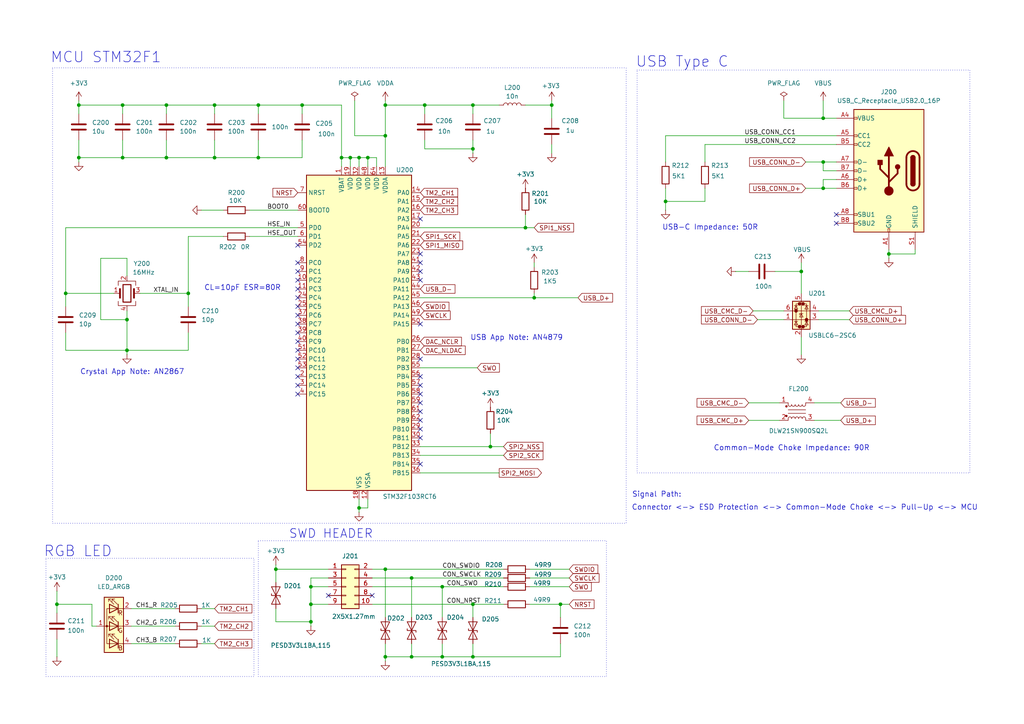
<source format=kicad_sch>
(kicad_sch (version 20250114) (generator "eeschema") (generator_version "9.0")
  (paper "A4")
  (title_block (title "Mixed-Signal-PCB-Design") (date "2025-09-13") (rev "1.0") (company "https://github.com/tsokomalusi/"))
  (rectangle (start 74.93 156.845) (end 175.895 196.215) (stroke (width 0) (type dot)))
  (rectangle (start 15.24 19.685) (end 181.61 151.765) (stroke (width 0) (type dot)))
  (rectangle (start 13.335 161.925) (end 73.66 196.215) (stroke (width 0) (type dot)))
  (rectangle (start 184.785 20.32) (end 281.305 137.16) (stroke (width 0) (type dot)))
  (text "Crystal App Note: AN2867" (at 38.354 107.95 0) (effects (font (size 1.524 1.524))))
  (text "CL=10pF ESR=80R" (at 70.358 83.566 0) (effects (font (size 1.524 1.524))))
  (text "\nConnector <-> ESD Protection <-> Common-Mode Choke <-> Pull-Up <-> MCU" (at 233.426 146.05 0) (effects (font (size 1.524 1.524))))
  (text "USB App Note: AN4879" (at 149.86 98.044 0) (effects (font (size 1.524 1.524))))
  (text "RGB LED" (at 22.606 160.02 0) (effects (font (size 3.048 3.048))))
  (text "Signal Path:" (at 190.5 143.51 0) (effects (font (size 1.524 1.524))))
  (text "SWD HEADER" (at 96.012 154.94 0) (effects (font (size 2.54 2.54))))
  (text "Common-Mode Choke Impedance: 90R" (at 229.616 130.048 0) (effects (font (size 1.524 1.524))))
  (text "USB-C Impedance: 50R" (at 205.994 66.04 0) (effects (font (size 1.524 1.524))))
  (text "USB Type C" (at 197.866 18.034 0) (effects (font (size 3.048 3.048))))
  (text "MCU STM32F1" (at 30.734 16.764 0) (effects (font (size 3.048 3.048))))
  (junction (at 90.17 170.18))
  (junction (at 74.93 45.72))
  (junction (at 128.27 170.18))
  (junction (at 160.02 30.48))
  (junction (at 80.01 165.1))
  (junction (at 154.94 86.36))
  (junction (at 232.41 78.74))
  (junction (at 128.27 190.5))
  (junction (at 48.26 30.48))
  (junction (at 36.83 92.71))
  (junction (at 36.83 101.6))
  (junction (at 238.76 34.29))
  (junction (at 87.63 30.48))
  (junction (at 90.17 180.34))
  (junction (at 111.76 30.48))
  (junction (at 152.4 66.04))
  (junction (at 22.86 45.72))
  (junction (at 142.24 129.54))
  (junction (at 104.14 45.72))
  (junction (at 238.76 54.61))
  (junction (at 62.23 45.72))
  (junction (at 101.6 45.72))
  (junction (at 257.81 73.66))
  (junction (at 162.56 175.26))
  (junction (at 137.16 175.26))
  (junction (at 48.26 45.72))
  (junction (at 22.86 30.48))
  (junction (at 74.93 30.48))
  (junction (at 111.76 165.1))
  (junction (at 238.76 46.99))
  (junction (at 90.17 175.26))
  (junction (at 119.38 167.64))
  (junction (at 54.61 85.09))
  (junction (at 123.19 30.48))
  (junction (at 137.16 43.18))
  (junction (at 111.76 190.5))
  (junction (at 137.16 30.48))
  (junction (at 193.04 58.42))
  (junction (at 119.38 190.5))
  (junction (at 104.14 147.32))
  (junction (at 106.68 45.72))
  (junction (at 111.76 39.37))
  (junction (at 35.56 30.48))
  (junction (at 99.06 45.72))
  (junction (at 62.23 30.48))
  (junction (at 19.05 85.09))
  (junction (at 35.56 45.72))
  (junction (at 137.16 190.5))
  (junction (at 16.51 175.26))
  (no_connect (at 121.92 76.2))
  (no_connect (at 121.92 119.38))
  (no_connect (at 86.36 88.9))
  (no_connect (at 86.36 81.28))
  (no_connect (at 107.95 172.72))
  (no_connect (at 86.36 91.44))
  (no_connect (at 121.92 78.74))
  (no_connect (at 121.92 121.92))
  (no_connect (at 121.92 93.98))
  (no_connect (at 121.92 124.46))
  (no_connect (at 86.36 101.6))
  (no_connect (at 121.92 73.66))
  (no_connect (at 86.36 86.36))
  (no_connect (at 242.57 62.23))
  (no_connect (at 86.36 111.76))
  (no_connect (at 86.36 83.82))
  (no_connect (at 86.36 106.68))
  (no_connect (at 86.36 109.22))
  (no_connect (at 86.36 78.74))
  (no_connect (at 121.92 134.62))
  (no_connect (at 121.92 116.84))
  (no_connect (at 242.57 64.77))
  (no_connect (at 86.36 71.12))
  (no_connect (at 121.92 104.14))
  (no_connect (at 86.36 76.2))
  (no_connect (at 86.36 96.52))
  (no_connect (at 95.25 172.72))
  (no_connect (at 86.36 114.3))
  (no_connect (at 121.92 127))
  (no_connect (at 86.36 104.14))
  (no_connect (at 121.92 111.76))
  (no_connect (at 121.92 81.28))
  (no_connect (at 121.92 63.5))
  (no_connect (at 121.92 109.22))
  (no_connect (at 86.36 93.98))
  (no_connect (at 86.36 99.06))
  (no_connect (at 121.92 114.3))
  (wire (pts (xy 80.01 180.34) (xy 90.17 180.34)))
  (wire (pts (xy 90.17 175.26) (xy 95.25 175.26)))
  (wire (pts (xy 137.16 43.18) (xy 137.16 44.45)))
  (wire (pts (xy 72.39 60.96) (xy 86.36 60.96)))
  (wire (pts (xy 58.42 181.61) (xy 62.23 181.61)))
  (wire (pts (xy 90.17 170.18) (xy 90.17 175.26)))
  (wire (pts (xy 236.22 121.92) (xy 243.84 121.92)))
  (wire (pts (xy 219.71 92.71) (xy 227.33 92.71)))
  (wire (pts (xy 218.44 90.17) (xy 227.33 90.17)))
  (wire (pts (xy 144.78 137.16) (xy 121.92 137.16)))
  (wire (pts (xy 111.76 165.1) (xy 111.76 179.07)))
  (wire (pts (xy 102.87 29.21) (xy 102.87 39.37)))
  (wire (pts (xy 22.86 29.21) (xy 22.86 30.48)))
  (wire (pts (xy 99.06 48.26) (xy 99.06 45.72)))
  (wire (pts (xy 86.36 66.04) (xy 19.05 66.04)))
  (wire (pts (xy 153.67 167.64) (xy 165.1 167.64)))
  (wire (pts (xy 162.56 190.5) (xy 137.16 190.5)))
  (wire (pts (xy 107.95 167.64) (xy 119.38 167.64)))
  (wire (pts (xy 217.17 116.84) (xy 226.06 116.84)))
  (wire (pts (xy 54.61 96.52) (xy 54.61 101.6)))
  (wire (pts (xy 90.17 180.34) (xy 90.17 181.61)))
  (wire (pts (xy 242.57 39.37) (xy 193.04 39.37)))
  (wire (pts (xy 38.1 181.61) (xy 50.8 181.61)))
  (wire (pts (xy 224.79 78.74) (xy 232.41 78.74)))
  (wire (pts (xy 123.19 40.64) (xy 123.19 43.18)))
  (wire (pts (xy 26.67 181.61) (xy 26.67 175.26)))
  (wire (pts (xy 227.33 34.29) (xy 238.76 34.29)))
  (wire (pts (xy 48.26 45.72) (xy 62.23 45.72)))
  (wire (pts (xy 123.19 43.18) (xy 137.16 43.18)))
  (wire (pts (xy 121.92 129.54) (xy 142.24 129.54)))
  (wire (pts (xy 160.02 29.21) (xy 160.02 30.48)))
  (wire (pts (xy 111.76 186.69) (xy 111.76 190.5)))
  (wire (pts (xy 204.47 54.61) (xy 204.47 58.42)))
  (wire (pts (xy 146.05 132.08) (xy 121.92 132.08)))
  (wire (pts (xy 74.93 40.64) (xy 74.93 45.72)))
  (wire (pts (xy 16.51 175.26) (xy 16.51 177.8)))
  (wire (pts (xy 58.42 186.69) (xy 62.23 186.69)))
  (wire (pts (xy 104.14 45.72) (xy 104.14 48.26)))
  (wire (pts (xy 90.17 170.18) (xy 95.25 170.18)))
  (wire (pts (xy 162.56 175.26) (xy 162.56 179.07)))
  (wire (pts (xy 153.67 165.1) (xy 165.1 165.1)))
  (wire (pts (xy 90.17 167.64) (xy 90.17 170.18)))
  (wire (pts (xy 193.04 58.42) (xy 204.47 58.42)))
  (wire (pts (xy 106.68 147.32) (xy 104.14 147.32)))
  (wire (pts (xy 22.86 40.64) (xy 22.86 45.72)))
  (wire (pts (xy 232.41 97.79) (xy 232.41 102.87)))
  (wire (pts (xy 142.24 125.73) (xy 142.24 129.54)))
  (wire (pts (xy 101.6 45.72) (xy 99.06 45.72)))
  (wire (pts (xy 193.04 54.61) (xy 193.04 58.42)))
  (wire (pts (xy 95.25 167.64) (xy 90.17 167.64)))
  (wire (pts (xy 72.39 68.58) (xy 86.36 68.58)))
  (wire (pts (xy 162.56 186.69) (xy 162.56 190.5)))
  (wire (pts (xy 74.93 30.48) (xy 87.63 30.48)))
  (wire (pts (xy 62.23 30.48) (xy 62.23 33.02)))
  (wire (pts (xy 62.23 40.64) (xy 62.23 45.72)))
  (wire (pts (xy 109.22 48.26) (xy 109.22 45.72)))
  (wire (pts (xy 58.42 176.53) (xy 62.23 176.53)))
  (wire (pts (xy 80.01 165.1) (xy 80.01 168.91)))
  (wire (pts (xy 238.76 34.29) (xy 242.57 34.29)))
  (wire (pts (xy 242.57 41.91) (xy 204.47 41.91)))
  (wire (pts (xy 123.19 30.48) (xy 123.19 33.02)))
  (wire (pts (xy 153.67 170.18) (xy 165.1 170.18)))
  (wire (pts (xy 137.16 30.48) (xy 144.78 30.48)))
  (wire (pts (xy 99.06 45.72) (xy 99.06 30.48)))
  (wire (pts (xy 137.16 175.26) (xy 137.16 179.07)))
  (wire (pts (xy 160.02 30.48) (xy 160.02 34.29)))
  (wire (pts (xy 35.56 40.64) (xy 35.56 45.72)))
  (wire (pts (xy 80.01 165.1) (xy 95.25 165.1)))
  (wire (pts (xy 62.23 30.48) (xy 74.93 30.48)))
  (wire (pts (xy 99.06 30.48) (xy 87.63 30.48)))
  (wire (pts (xy 238.76 49.53) (xy 238.76 46.99)))
  (wire (pts (xy 142.24 129.54) (xy 146.05 129.54)))
  (wire (pts (xy 106.68 144.78) (xy 106.68 147.32)))
  (wire (pts (xy 36.83 92.71) (xy 36.83 101.6)))
  (wire (pts (xy 119.38 167.64) (xy 146.05 167.64)))
  (wire (pts (xy 54.61 68.58) (xy 54.61 85.09)))
  (wire (pts (xy 106.68 45.72) (xy 106.68 48.26)))
  (wire (pts (xy 265.43 72.39) (xy 265.43 73.66)))
  (wire (pts (xy 104.14 147.32) (xy 104.14 148.59)))
  (wire (pts (xy 80.01 163.83) (xy 80.01 165.1)))
  (wire (pts (xy 128.27 186.69) (xy 128.27 190.5)))
  (wire (pts (xy 242.57 52.07) (xy 238.76 52.07)))
  (wire (pts (xy 137.16 190.5) (xy 128.27 190.5)))
  (wire (pts (xy 62.23 45.72) (xy 74.93 45.72)))
  (wire (pts (xy 19.05 85.09) (xy 33.02 85.09)))
  (wire (pts (xy 123.19 30.48) (xy 111.76 30.48)))
  (wire (pts (xy 22.86 45.72) (xy 22.86 46.99)))
  (wire (pts (xy 233.68 54.61) (xy 238.76 54.61)))
  (wire (pts (xy 137.16 186.69) (xy 137.16 190.5)))
  (wire (pts (xy 38.1 186.69) (xy 50.8 186.69)))
  (wire (pts (xy 111.76 29.21) (xy 111.76 30.48)))
  (wire (pts (xy 242.57 49.53) (xy 238.76 49.53)))
  (wire (pts (xy 204.47 41.91) (xy 204.47 46.99)))
  (wire (pts (xy 19.05 66.04) (xy 19.05 85.09)))
  (wire (pts (xy 107.95 170.18) (xy 128.27 170.18)))
  (wire (pts (xy 128.27 170.18) (xy 146.05 170.18)))
  (wire (pts (xy 29.21 74.93) (xy 29.21 92.71)))
  (wire (pts (xy 16.51 171.45) (xy 16.51 175.26)))
  (wire (pts (xy 27.94 181.61) (xy 26.67 181.61)))
  (wire (pts (xy 232.41 78.74) (xy 232.41 85.09)))
  (wire (pts (xy 121.92 66.04) (xy 152.4 66.04)))
  (wire (pts (xy 111.76 165.1) (xy 146.05 165.1)))
  (wire (pts (xy 237.49 92.71) (xy 246.38 92.71)))
  (wire (pts (xy 104.14 45.72) (xy 101.6 45.72)))
  (wire (pts (xy 237.49 90.17) (xy 246.38 90.17)))
  (wire (pts (xy 109.22 45.72) (xy 106.68 45.72)))
  (wire (pts (xy 40.64 85.09) (xy 54.61 85.09)))
  (wire (pts (xy 48.26 30.48) (xy 62.23 30.48)))
  (wire (pts (xy 19.05 96.52) (xy 19.05 101.6)))
  (wire (pts (xy 257.81 73.66) (xy 257.81 74.93)))
  (wire (pts (xy 16.51 185.42) (xy 16.51 190.5)))
  (wire (pts (xy 128.27 170.18) (xy 128.27 179.07)))
  (wire (pts (xy 152.4 30.48) (xy 160.02 30.48)))
  (wire (pts (xy 238.76 29.21) (xy 238.76 34.29)))
  (wire (pts (xy 26.67 175.26) (xy 16.51 175.26)))
  (wire (pts (xy 137.16 40.64) (xy 137.16 43.18)))
  (wire (pts (xy 80.01 176.53) (xy 80.01 180.34)))
  (wire (pts (xy 153.67 175.26) (xy 162.56 175.26)))
  (wire (pts (xy 19.05 85.09) (xy 19.05 88.9)))
  (wire (pts (xy 137.16 30.48) (xy 123.19 30.48)))
  (wire (pts (xy 154.94 85.09) (xy 154.94 86.36)))
  (wire (pts (xy 74.93 45.72) (xy 87.63 45.72)))
  (wire (pts (xy 102.87 39.37) (xy 111.76 39.37)))
  (wire (pts (xy 154.94 76.2) (xy 154.94 77.47)))
  (wire (pts (xy 119.38 186.69) (xy 119.38 190.5)))
  (wire (pts (xy 227.33 29.21) (xy 227.33 34.29)))
  (wire (pts (xy 238.76 54.61) (xy 242.57 54.61)))
  (wire (pts (xy 19.05 101.6) (xy 36.83 101.6)))
  (wire (pts (xy 22.86 30.48) (xy 35.56 30.48)))
  (wire (pts (xy 111.76 39.37) (xy 111.76 48.26)))
  (wire (pts (xy 128.27 190.5) (xy 119.38 190.5)))
  (wire (pts (xy 238.76 46.99) (xy 242.57 46.99)))
  (wire (pts (xy 121.92 86.36) (xy 154.94 86.36)))
  (wire (pts (xy 87.63 33.02) (xy 87.63 30.48)))
  (wire (pts (xy 22.86 30.48) (xy 22.86 33.02)))
  (wire (pts (xy 236.22 116.84) (xy 243.84 116.84)))
  (wire (pts (xy 38.1 176.53) (xy 50.8 176.53)))
  (wire (pts (xy 111.76 30.48) (xy 111.76 39.37)))
  (wire (pts (xy 54.61 101.6) (xy 36.83 101.6)))
  (wire (pts (xy 58.42 60.96) (xy 64.77 60.96)))
  (wire (pts (xy 257.81 72.39) (xy 257.81 73.66)))
  (wire (pts (xy 233.68 46.99) (xy 238.76 46.99)))
  (wire (pts (xy 238.76 52.07) (xy 238.76 54.61)))
  (wire (pts (xy 36.83 80.01) (xy 36.83 74.93)))
  (wire (pts (xy 152.4 62.23) (xy 152.4 66.04)))
  (wire (pts (xy 36.83 74.93) (xy 29.21 74.93)))
  (wire (pts (xy 48.26 45.72) (xy 35.56 45.72)))
  (wire (pts (xy 154.94 86.36) (xy 167.64 86.36)))
  (wire (pts (xy 90.17 175.26) (xy 90.17 180.34)))
  (wire (pts (xy 35.56 30.48) (xy 35.56 33.02)))
  (wire (pts (xy 35.56 30.48) (xy 48.26 30.48)))
  (wire (pts (xy 64.77 68.58) (xy 54.61 68.58)))
  (wire (pts (xy 121.92 106.68) (xy 138.43 106.68)))
  (wire (pts (xy 119.38 190.5) (xy 111.76 190.5)))
  (wire (pts (xy 160.02 41.91) (xy 160.02 44.45)))
  (wire (pts (xy 193.04 39.37) (xy 193.04 46.99)))
  (wire (pts (xy 107.95 165.1) (xy 111.76 165.1)))
  (wire (pts (xy 54.61 88.9) (xy 54.61 85.09)))
  (wire (pts (xy 137.16 175.26) (xy 146.05 175.26)))
  (wire (pts (xy 87.63 40.64) (xy 87.63 45.72)))
  (wire (pts (xy 152.4 66.04) (xy 154.94 66.04)))
  (wire (pts (xy 29.21 92.71) (xy 36.83 92.71)))
  (wire (pts (xy 265.43 73.66) (xy 257.81 73.66)))
  (wire (pts (xy 162.56 175.26) (xy 165.1 175.26)))
  (wire (pts (xy 106.68 45.72) (xy 104.14 45.72)))
  (wire (pts (xy 48.26 30.48) (xy 48.26 33.02)))
  (wire (pts (xy 213.36 78.74) (xy 217.17 78.74)))
  (wire (pts (xy 36.83 90.17) (xy 36.83 92.71)))
  (wire (pts (xy 111.76 190.5) (xy 111.76 191.77)))
  (wire (pts (xy 119.38 167.64) (xy 119.38 179.07)))
  (wire (pts (xy 36.83 101.6) (xy 36.83 102.87)))
  (wire (pts (xy 232.41 76.2) (xy 232.41 78.74)))
  (wire (pts (xy 137.16 33.02) (xy 137.16 30.48)))
  (wire (pts (xy 107.95 175.26) (xy 137.16 175.26)))
  (wire (pts (xy 101.6 45.72) (xy 101.6 48.26)))
  (wire (pts (xy 217.17 121.92) (xy 226.06 121.92)))
  (wire (pts (xy 48.26 40.64) (xy 48.26 45.72)))
  (wire (pts (xy 74.93 30.48) (xy 74.93 33.02)))
  (wire (pts (xy 104.14 144.78) (xy 104.14 147.32)))
  (wire (pts (xy 193.04 58.42) (xy 193.04 60.96)))
  (wire (pts (xy 35.56 45.72) (xy 22.86 45.72)))
  (label "CH3_B" (at 39.37 186.69 0))
  (label "CH2_G" (at 39.37 181.61 0))
  (label "HSE_OUT" (at 77.47 68.58 0))
  (label "HSE_IN" (at 77.47 66.04 0))
  (label "USB_CONN_CC1" (at 215.9 39.37 0))
  (label "CON_SWCLK" (at 128.27 167.64 0))
  (label "BOOT0" (at 77.47 60.96 0))
  (label "CON_SWDIO" (at 128.27 165.1 0))
  (label "CH1_R" (at 39.37 176.53 0))
  (label "XTAL_IN" (at 44.45 85.09 0))
  (label "CON_NRST" (at 129.54 175.26 0))
  (label "CON_SWO" (at 129.54 170.18 0))
  (label "USB_CONN_CC2" (at 215.9 41.91 0))
  (global_label "DAC_NCLR" (shape input) (at 121.92 99.06 0) (property "Intersheetrefs" "${INTERSHEET_REFS}" (effects (hide yes))))
  (global_label "USB_CMC_D+" (shape input) (at 217.17 121.92 180) (property "Intersheetrefs" "${INTERSHEET_REFS}" (effects (hide yes))))
  (global_label "TM2_CH3" (shape input) (at 121.92 60.96 0) (property "Intersheetrefs" "${INTERSHEET_REFS}" (effects (hide yes))))
  (global_label "SPI1_NSS" (shape input) (at 154.94 66.04 0) (property "Intersheetrefs" "${INTERSHEET_REFS}" (effects (hide yes))))
  (global_label "SWDIO" (shape input) (at 165.1 165.1 0) (property "Intersheetrefs" "${INTERSHEET_REFS}" (effects (hide yes))))
  (global_label "USB_CONN_D+" (shape input) (at 246.38 92.71 0) (property "Intersheetrefs" "${INTERSHEET_REFS}" (effects (hide yes))))
  (global_label "NRST" (shape input) (at 86.36 55.88 180) (property "Intersheetrefs" "${INTERSHEET_REFS}" (effects (hide yes))))
  (global_label "SWDIO" (shape input) (at 121.92 88.9 0) (property "Intersheetrefs" "${INTERSHEET_REFS}" (effects (hide yes))))
  (global_label "TM2_CH1" (shape input) (at 121.92 55.88 0) (property "Intersheetrefs" "${INTERSHEET_REFS}" (effects (hide yes))))
  (global_label "DAC_NLDAC" (shape input) (at 121.92 101.6 0) (property "Intersheetrefs" "${INTERSHEET_REFS}" (effects (hide yes))))
  (global_label "USB_CONN_D+" (shape input) (at 233.68 54.61 180) (property "Intersheetrefs" "${INTERSHEET_REFS}" (effects (hide yes))))
  (global_label "NRST" (shape input) (at 165.1 175.26 0) (property "Intersheetrefs" "${INTERSHEET_REFS}" (effects (hide yes))))
  (global_label "USB_D+" (shape input) (at 167.64 86.36 0) (property "Intersheetrefs" "${INTERSHEET_REFS}" (effects (hide yes))))
  (global_label "SPI2_MOSI" (shape output) (at 144.78 137.16 0) (property "Intersheetrefs" "${INTERSHEET_REFS}" (effects (hide yes))))
  (global_label "USB_CMC_D-" (shape input) (at 217.17 116.84 180) (property "Intersheetrefs" "${INTERSHEET_REFS}" (effects (hide yes))))
  (global_label "USB_CMC_D-" (shape input) (at 218.44 90.17 180) (property "Intersheetrefs" "${INTERSHEET_REFS}" (effects (hide yes))))
  (global_label "SPI2_NSS" (shape input) (at 146.05 129.54 0) (property "Intersheetrefs" "${INTERSHEET_REFS}" (effects (hide yes))))
  (global_label "USB_D-" (shape input) (at 243.84 116.84 0) (property "Intersheetrefs" "${INTERSHEET_REFS}" (effects (hide yes))))
  (global_label "SWO" (shape input) (at 138.43 106.68 0) (property "Intersheetrefs" "${INTERSHEET_REFS}" (effects (hide yes))))
  (global_label "USB_D-" (shape input) (at 121.92 83.82 0) (property "Intersheetrefs" "${INTERSHEET_REFS}" (effects (hide yes))))
  (global_label "TM2_CH2" (shape input) (at 121.92 58.42 0) (property "Intersheetrefs" "${INTERSHEET_REFS}" (effects (hide yes))))
  (global_label "SWCLK" (shape input) (at 165.1 167.64 0) (property "Intersheetrefs" "${INTERSHEET_REFS}" (effects (hide yes))))
  (global_label "SWO" (shape input) (at 165.1 170.18 0) (property "Intersheetrefs" "${INTERSHEET_REFS}" (effects (hide yes))))
  (global_label "SPI2_SCK" (shape input) (at 146.05 132.08 0) (property "Intersheetrefs" "${INTERSHEET_REFS}" (effects (hide yes))))
  (global_label "USB_CONN_D-" (shape input) (at 233.68 46.99 180) (property "Intersheetrefs" "${INTERSHEET_REFS}" (effects (hide yes))))
  (global_label "SPI1_MISO" (shape input) (at 121.92 71.12 0) (property "Intersheetrefs" "${INTERSHEET_REFS}" (effects (hide yes))))
  (global_label "SPI1_SCK" (shape input) (at 121.92 68.58 0) (property "Intersheetrefs" "${INTERSHEET_REFS}" (effects (hide yes))))
  (global_label "USB_D+" (shape input) (at 243.84 121.92 0) (property "Intersheetrefs" "${INTERSHEET_REFS}" (effects (hide yes))))
  (global_label "TM2_CH2" (shape input) (at 62.23 181.61 0) (property "Intersheetrefs" "${INTERSHEET_REFS}" (effects (hide yes))))
  (global_label "USB_CONN_D-" (shape input) (at 219.71 92.71 180) (property "Intersheetrefs" "${INTERSHEET_REFS}" (effects (hide yes))))
  (global_label "USB_CMC_D+" (shape input) (at 246.38 90.17 0) (property "Intersheetrefs" "${INTERSHEET_REFS}" (effects (hide yes))))
  (global_label "TM2_CH3" (shape input) (at 62.23 186.69 0) (property "Intersheetrefs" "${INTERSHEET_REFS}" (effects (hide yes))))
  (global_label "SWCLK" (shape input) (at 121.92 91.44 0) (property "Intersheetrefs" "${INTERSHEET_REFS}" (effects (hide yes))))
  (global_label "TM2_CH1" (shape input) (at 62.23 176.53 0) (property "Intersheetrefs" "${INTERSHEET_REFS}" (effects (hide yes))))
  (symbol (lib_id "Diode:SD05_SOD323") (at 80.01 172.72 90) (unit 1)
    (property "Reference" "D201" (at 82.296 169.926 90) (effects (justify right)))
    (property "Value" "PESD3V3L1BA,115" (at 78.486 187.198 90) (effects (justify right)))
    (property "Footprint" "Diode_SMD:D_SOD-323" (effects (hide yes)))
    (property "Datasheet" "https://www.littelfuse.com/~/media/electronics/datasheets/tvs_diode_arrays/littelfuse_tvs_diode_array_sd_c_datasheet.pdf.pdf" (effects (hide yes)))
    (property "Description" "5V, 450W Discrete Bidirectional TVS Diode, SOD-323" (effects (hide yes)))
    (property "Manufacturer" "Nexperia" (effects (hide yes)))
    (property "Manufacturer Part Number" "PESD3V3L1BA,115" (effects (hide yes)))
  )
  (symbol (lib_id "power:GND") (at 257.81 74.93 0) (unit 1)
    (property "Reference" "#PWR029" (effects (hide yes)))
    (property "Value" "GND" (effects (hide yes)))
    (property "Description" "Power symbol creates a global label with name \"GND\" , ground" (effects (hide yes)))
  )
  (symbol (lib_id "Diode:SD05_SOD323") (at 137.16 182.88 90) (unit 1)
    (property "Reference" "D205" (at 139.7 179.578 90) (effects (justify right)))
    (property "Value" "SD05_SOD323" (effects (hide yes)))
    (property "Footprint" "Diode_SMD:D_SOD-323" (effects (hide yes)))
    (property "Datasheet" "https://www.littelfuse.com/~/media/electronics/datasheets/tvs_diode_arrays/littelfuse_tvs_diode_array_sd_c_datasheet.pdf.pdf" (effects (hide yes)))
    (property "Description" "5V, 450W Discrete Bidirectional TVS Diode, SOD-323" (effects (hide yes)))
    (property "Manufacturer" "Nexperia" (effects (hide yes)))
    (property "Manufacturer Part Number" "PESD3V3L1BA,115" (effects (hide yes)))
  )
  (symbol (lib_id "Device:R") (at 54.61 181.61 270) (unit 1)
    (property "Reference" "R206" (at 48.768 180.34 90))
    (property "Value" "1K" (at 59.69 180.34 90))
    (property "Footprint" "Resistor_SMD:R_0603_1608Metric" (effects (hide yes)))
    (property "Description" "Resistor" (effects (hide yes)))
    (property "Manufacturer" "Yageo" (effects (hide yes)))
    (property "Manufacturer Part Number" "RC0603FR-071KL" (effects (hide yes)))
  )
  (symbol (lib_id "Device:R") (at 54.61 186.69 270) (unit 1)
    (property "Reference" "R207" (at 48.768 185.42 90))
    (property "Value" "1K" (at 59.944 185.674 90))
    (property "Footprint" "Resistor_SMD:R_0603_1608Metric" (effects (hide yes)))
    (property "Description" "Resistor" (effects (hide yes)))
    (property "Manufacturer" "Yageo" (effects (hide yes)))
    (property "Manufacturer Part Number" "RC0603FR-071KL" (effects (hide yes)))
  )
  (symbol (lib_id "Device:C") (at 54.61 92.71 0) (unit 1)
    (property "Reference" "C210" (at 58.42 90.1699 0) (effects (justify left)))
    (property "Value" "10p" (at 58.42 92.7099 0) (effects (justify left)))
    (property "Footprint" "Capacitor_SMD:C_0603_1608Metric" (effects (hide yes)))
    (property "Description" "Unpolarized capacitor" (effects (hide yes)))
    (property "Manufacturer" "Vishay / Vitramon" (effects (hide yes)))
    (property "Manufacturer Part Number" "VJ0603A100FXBAC" (effects (hide yes)))
  )
  (symbol (lib_id "Filter:Choke_CommonMode_PulseElectronics_PH9455x105NL") (at 231.14 119.38 0) (unit 1)
    (property "Reference" "FL200" (at 231.648 112.776 0))
    (property "Value" "DLW21SN900SQ2L" (at 231.648 124.968 0))
    (property "Footprint" "Inductor_SMD:choke" (effects (hide yes)))
    (property "Datasheet" "https://productfinder.pulseelectronics.com/api/open/product-attachments/datasheet/ph9455.105nl" (effects (hide yes)))
    (property "Description" "Common mode choke, 22A, 380VAC, 1mH, 2.1 mOhm, PH9455x105NL" (effects (hide yes)))
    (property "Manufacturer" "Murata Electronics" (effects (hide yes)))
    (property "Manufacturer Part Number" "DLW21SN900SQ2L" (effects (hide yes)))
  )
  (symbol (lib_id "Device:C") (at 87.63 36.83 0) (unit 1)
    (property "Reference" "C205" (at 91.44 35.8141 0) (effects (justify left)))
    (property "Value" "100n" (at 92.202 38.862 0) (effects (justify left)))
    (property "Footprint" "Capacitor_SMD:C_0603_1608Metric" (effects (hide yes)))
    (property "Description" "Unpolarized capacitor" (effects (hide yes)))
    (property "Manufacturer" "YAGEO" (effects (hide yes)))
    (property "Manufacturer Part Number" "CC0603ZRY5V7BB104" (effects (hide yes)))
  )
  (symbol (lib_id "Device:R") (at 193.04 50.8 180) (unit 1)
    (property "Reference" "R212" (at 197.358 48.006 0))
    (property "Value" "5K1" (at 196.85 51.054 0))
    (property "Footprint" "Resistor_SMD:R_0603_1608Metric" (effects (hide yes)))
    (property "Description" "Resistor" (effects (hide yes)))
    (property "Manufacturer" "Yageo" (effects (hide yes)))
    (property "Manufacturer Part Number" "RC0603FR-075K1L" (effects (hide yes)))
  )
  (symbol (lib_id "Diode:SD05_SOD323") (at 128.27 182.88 90) (unit 1)
    (property "Reference" "D204" (at 129.54 179.07 90) (effects (justify right)))
    (property "Value" "SD05_SOD323" (effects (hide yes)))
    (property "Footprint" "Diode_SMD:D_SOD-323" (effects (hide yes)))
    (property "Datasheet" "https://www.littelfuse.com/~/media/electronics/datasheets/tvs_diode_arrays/littelfuse_tvs_diode_array_sd_c_datasheet.pdf.pdf" (effects (hide yes)))
    (property "Description" "5V, 450W Discrete Bidirectional TVS Diode, SOD-323" (effects (hide yes)))
    (property "Manufacturer" "Nexperia" (effects (hide yes)))
    (property "Manufacturer Part Number" "PESD3V3L1BA,115" (effects (hide yes)))
  )
  (symbol (lib_id "Device:C") (at 19.05 92.71 0) (unit 1)
    (property "Reference" "C209" (at 22.86 91.4399 0) (effects (justify left)))
    (property "Value" "10p" (at 22.86 93.9799 0) (effects (justify left)))
    (property "Footprint" "Capacitor_SMD:C_0603_1608Metric" (effects (hide yes)))
    (property "Description" "Unpolarized capacitor" (effects (hide yes)))
    (property "Manufacturer" "Vishay / Vitramon" (effects (hide yes)))
    (property "Manufacturer Part Number" "VJ0603A100FXBAC" (effects (hide yes)))
  )
  (symbol (lib_id "Power_Protection:USBLC6-2SC6") (at 232.41 90.17 0) (unit 1)
    (property "Reference" "U201" (at 234.442 85.09 0) (effects (justify left)))
    (property "Value" "USBLC6-2SC6" (at 234.442 97.282 0) (effects (justify left)))
    (property "Footprint" "Package_TO_SOT_SMD:SOT-23-6" (effects (hide yes)))
    (property "Datasheet" "https://www.st.com/resource/en/datasheet/usblc6-2.pdf" (effects (hide yes)))
    (property "Description" "Very low capacitance ESD protection diode, 2 data-line, SOT-23-6" (effects (hide yes)))
    (property "Manufacturer" "ON Semiconductor" (effects (hide yes)))
    (property "Manufacturer Part Number" "USBLC6-2SC6" (effects (hide yes)))
  )
  (symbol (lib_id "Device:C") (at 22.86 36.83 0) (unit 1)
    (property "Reference" "C200" (at 26.67 35.5599 0) (effects (justify left)))
    (property "Value" "10u" (at 26.67 38.0999 0) (effects (justify left)))
    (property "Footprint" "Capacitor_SMD:C_0805_2012Metric" (effects (hide yes)))
    (property "Description" "Unpolarized capacitor" (effects (hide yes)))
    (property "Manufacturer" "KYOCERA AVX" (effects (hide yes)))
    (property "Manufacturer Part Number" "0805X7R106KT1AT" (effects (hide yes)))
  )
  (symbol (lib_id "Device:R") (at 68.58 60.96 90) (unit 1)
    (property "Reference" "R200" (at 68.58 55.88 90))
    (property "Value" "10K" (at 68.326 58.166 90))
    (property "Footprint" "Resistor_SMD:R_0603_1608Metric" (effects (hide yes)))
    (property "Description" "Resistor" (effects (hide yes)))
    (property "Manufacturer" "Yageo" (effects (hide yes)))
    (property "Manufacturer Part Number" "RC0603FR-0710KL" (effects (hide yes)))
  )
  (symbol (lib_id "power:+3V3") (at 22.86 29.21 0) (unit 1)
    (property "Reference" "#PWR011" (effects (hide yes)))
    (property "Value" "+3V3" (at 22.86 24.13 0))
    (property "Description" "Power symbol creates a global label with name \"+3V3\"" (effects (hide yes)))
  )
  (symbol (lib_id "Device:R") (at 149.86 170.18 90) (unit 1)
    (property "Reference" "R210" (at 143.002 169.418 90))
    (property "Value" "49R9" (at 157.226 169.164 90))
    (property "Footprint" "Resistor_SMD:R_0603_1608Metric" (effects (hide yes)))
    (property "Description" "Resistor" (effects (hide yes)))
    (property "Manufacturer" "Yageo" (effects (hide yes)))
    (property "Manufacturer Part Number" "RC0603FR-0749R9L" (effects (hide yes)))
  )
  (symbol (lib_id "Device:R") (at 152.4 58.42 180) (unit 1)
    (property "Reference" "R201" (at 156.718 56.134 0))
    (property "Value" "10K" (at 156.718 58.42 0))
    (property "Footprint" "Resistor_SMD:R_0603_1608Metric" (effects (hide yes)))
    (property "Description" "Resistor" (effects (hide yes)))
    (property "Manufacturer" "Yageo" (effects (hide yes)))
    (property "Manufacturer Part Number" "RC0603FR-0710KL" (effects (hide yes)))
  )
  (symbol (lib_id "Device:C") (at 162.56 182.88 0) (unit 1)
    (property "Reference" "C212" (at 166.37 181.6099 0) (effects (justify left)))
    (property "Value" "100n" (at 166.37 184.1499 0) (effects (justify left)))
    (property "Footprint" "Capacitor_SMD:C_0603_1608Metric" (effects (hide yes)))
    (property "Description" "Unpolarized capacitor" (effects (hide yes)))
    (property "Manufacturer" "YAGEO" (effects (hide yes)))
    (property "Manufacturer Part Number" "CC0603ZRY5V7BB104" (effects (hide yes)))
  )
  (symbol (lib_id "power:GND") (at 193.04 60.96 0) (unit 1)
    (property "Reference" "#PWR030" (effects (hide yes)))
    (property "Value" "GND" (effects (hide yes)))
    (property "Description" "Power symbol creates a global label with name \"GND\" , ground" (effects (hide yes)))
  )
  (symbol (lib_id "Connector:USB_C_Receptacle_USB2.0_16P") (at 257.81 49.53 0) (mirror y) (unit 1)
    (property "Reference" "J200" (at 257.81 26.67 0))
    (property "Value" "USB_C_Receptacle_USB2.0_16P" (at 257.81 29.21 0))
    (property "Footprint" "Connector_USB:USB_C_Receptacle_HRO_TYPE-C-31-M-12" (effects (hide yes)))
    (property "Datasheet" "https://www.usb.org/sites/default/files/documents/usb_type-c.zip" (effects (hide yes)))
    (property "Description" "USB 2.0-only 16P Type-C Receptacle connector" (effects (hide yes)))
    (property "Manufacturer" "Korean Hroparts Elec" (effects (hide yes)))
    (property "Manufacturer Part Number" "TYPE-C-31-M-12" (effects (hide yes)))
  )
  (symbol (lib_id "power:GND") (at 137.16 44.45 0) (unit 1)
    (property "Reference" "#PWR015" (effects (hide yes)))
    (property "Value" "GND" (effects (hide yes)))
    (property "Description" "Power symbol creates a global label with name \"GND\" , ground" (effects (hide yes)))
  )
  (symbol (lib_id "Diode:SD05_SOD323") (at 111.76 182.88 90) (unit 1)
    (property "Reference" "D202" (at 112.268 179.324 90) (effects (justify right)))
    (property "Value" "PESD3V3L1BA,115" (at 124.968 192.532 90) (effects (justify right)))
    (property "Footprint" "Diode_SMD:D_SOD-323" (effects (hide yes)))
    (property "Datasheet" "https://www.littelfuse.com/~/media/electronics/datasheets/tvs_diode_arrays/littelfuse_tvs_diode_array_sd_c_datasheet.pdf.pdf" (effects (hide yes)))
    (property "Description" "5V, 450W Discrete Bidirectional TVS Diode, SOD-323" (effects (hide yes)))
    (property "Manufacturer" "Nexperia" (effects (hide yes)))
    (property "Manufacturer Part Number" "PESD3V3L1BA,115" (effects (hide yes)))
  )
  (symbol (lib_id "power:GND") (at 111.76 191.77 0) (unit 1)
    (property "Reference" "#PWR027" (effects (hide yes)))
    (property "Value" "GND" (effects (hide yes)))
    (property "Description" "Power symbol creates a global label with name \"GND\" , ground" (effects (hide yes)))
  )
  (symbol (lib_id "Device:C") (at 35.56 36.83 0) (unit 1)
    (property "Reference" "C201" (at 39.37 35.5599 0) (effects (justify left)))
    (property "Value" "100n" (at 39.37 38.0999 0) (effects (justify left)))
    (property "Footprint" "Capacitor_SMD:C_0603_1608Metric" (effects (hide yes)))
    (property "Description" "Unpolarized capacitor" (effects (hide yes)))
    (property "Manufacturer" "YAGEO" (effects (hide yes)))
    (property "Manufacturer Part Number" "CC0603ZRY5V7BB104" (effects (hide yes)))
  )
  (symbol (lib_id "Device:R") (at 204.47 50.8 180) (unit 1)
    (property "Reference" "R213" (at 208.788 48.006 0))
    (property "Value" "5K1" (at 208.28 51.054 0))
    (property "Footprint" "Resistor_SMD:R_0603_1608Metric" (effects (hide yes)))
    (property "Description" "Resistor" (effects (hide yes)))
    (property "Manufacturer" "Yageo" (effects (hide yes)))
    (property "Manufacturer Part Number" "RC0603FR-075K1L" (effects (hide yes)))
  )
  (symbol (lib_id "Device:C") (at 74.93 36.83 0) (unit 1)
    (property "Reference" "C204" (effects (hide yes)))
    (property "Value" "100n" (at 78.74 36.8299 0) (effects (justify left)))
    (property "Footprint" "Capacitor_SMD:C_0603_1608Metric" (effects (hide yes)))
    (property "Description" "Unpolarized capacitor" (effects (hide yes)))
    (property "Manufacturer" "YAGEO" (effects (hide yes)))
    (property "Manufacturer Part Number" "CC0603ZRY5V7BB104" (effects (hide yes)))
  )
  (symbol (lib_id "Device:C") (at 160.02 38.1 0) (unit 1)
    (property "Reference" "C208" (at 162.814 35.052 0) (effects (justify left)))
    (property "Value" "1u" (at 164.084 37.846 0) (effects (justify left)))
    (property "Footprint" "Capacitor_SMD:C_0805_2012Metric" (effects (hide yes)))
    (property "Description" "Unpolarized capacitor" (effects (hide yes)))
    (property "Manufacturer" "KYOCERA AVX" (effects (hide yes)))
    (property "Manufacturer Part Number" "08055D105KAT2A" (effects (hide yes)))
  )
  (symbol (lib_id "power:+3V3") (at 142.24 118.11 0) (unit 1)
    (property "Reference" "#PWR023" (effects (hide yes)))
    (property "Value" "+3V3" (at 142.24 114.046 0))
    (property "Description" "Power symbol creates a global label with name \"+3V3\"" (effects (hide yes)))
  )
  (symbol (lib_id "power:VDDA") (at 111.76 29.21 0) (unit 1)
    (property "Reference" "#PWR014" (effects (hide yes)))
    (property "Value" "VDDA" (at 111.76 24.13 0))
    (property "Description" "Power symbol creates a global label with name \"VDDA\"" (effects (hide yes)))
  )
  (symbol (lib_id "Device:R") (at 142.24 121.92 180) (unit 1)
    (property "Reference" "R204" (at 146.304 119.38 0))
    (property "Value" "10K" (at 146.05 121.92 0))
    (property "Footprint" "Resistor_SMD:R_0603_1608Metric" (effects (hide yes)))
    (property "Description" "Resistor" (effects (hide yes)))
    (property "Manufacturer" "Yageo" (effects (hide yes)))
    (property "Manufacturer Part Number" "RC0603FR-0710KL" (effects (hide yes)))
  )
  (symbol (lib_id "Device:R") (at 149.86 167.64 90) (unit 1)
    (property "Reference" "R209" (at 143.002 166.624 90))
    (property "Value" "49R9" (at 157.48 166.624 90))
    (property "Footprint" "Resistor_SMD:R_0603_1608Metric" (effects (hide yes)))
    (property "Description" "Resistor" (effects (hide yes)))
    (property "Manufacturer" "Yageo" (effects (hide yes)))
    (property "Manufacturer Part Number" "RC0603FR-0749R9L" (effects (hide yes)))
  )
  (symbol (lib_id "Device:R") (at 54.61 176.53 270) (unit 1)
    (property "Reference" "R205" (at 49.022 175.514 90))
    (property "Value" "1K" (at 59.69 175.514 90))
    (property "Footprint" "Resistor_SMD:R_0603_1608Metric" (effects (hide yes)))
    (property "Description" "Resistor" (effects (hide yes)))
    (property "Manufacturer" "Yageo" (effects (hide yes)))
    (property "Manufacturer Part Number" "RC0603FR-071KL" (effects (hide yes)))
  )
  (symbol (lib_id "power:+3V3") (at 16.51 171.45 0) (unit 1)
    (property "Reference" "#PWR024" (effects (hide yes)))
    (property "Value" "+3V3" (at 16.51 167.386 0))
    (property "Description" "Power symbol creates a global label with name \"+3V3\"" (effects (hide yes)))
  )
  (symbol (lib_id "Device:C") (at 16.51 181.61 0) (unit 1)
    (property "Reference" "C211" (at 19.558 180.086 0) (effects (justify left)))
    (property "Value" "100n" (at 19.558 182.88 0) (effects (justify left)))
    (property "Footprint" "Capacitor_SMD:C_0603_1608Metric" (effects (hide yes)))
    (property "Description" "Unpolarized capacitor" (effects (hide yes)))
    (property "Manufacturer" "YAGEO" (effects (hide yes)))
    (property "Manufacturer Part Number" "CC0603ZRY5V7BB104" (effects (hide yes)))
  )
  (symbol (lib_id "power:VBUS") (at 238.76 29.21 0) (unit 1)
    (property "Reference" "#PWR028" (effects (hide yes)))
    (property "Value" "VBUS" (at 238.76 24.13 0))
    (property "Description" "Power symbol creates a global label with name \"VBUS\"" (effects (hide yes)))
  )
  (symbol (lib_id "power:GND") (at 22.86 46.99 0) (unit 1)
    (property "Reference" "#PWR013" (effects (hide yes)))
    (property "Value" "GND" (effects (hide yes)))
    (property "Description" "Power symbol creates a global label with name \"GND\" , ground" (effects (hide yes)))
  )
  (symbol (lib_id "MCU_ST_STM32F1:STM32F103RCTx") (at 104.14 96.52 0) (unit 1)
    (property "Reference" "U200" (at 114.808 49.276 0) (effects (justify left)))
    (property "Value" "STM32F103RCT6" (at 110.998 144.018 0) (effects (justify left)))
    (property "Footprint" "Package_QFP:LQFP-64_10x10mm_P0.5mm" (effects (hide yes)))
    (property "Datasheet" "https://www.st.com/resource/en/datasheet/stm32f103rc.pdf" (effects (hide yes)))
    (property "Description" "STMicroelectronics Arm Cortex-M3 MCU, 256KB flash, 48KB RAM, 72 MHz, 2.0-3.6V, 51 GPIO, LQFP64" (effects (hide yes)))
    (property "Manufacturer" "STMicroelectronics" (effects (hide yes)))
    (property "Manufacturer Part Number" "STM32F103RCT6" (effects (hide yes)))
  )
  (symbol (lib_id "Device:C") (at 123.19 36.83 0) (unit 1)
    (property "Reference" "C206" (at 126.238 35.052 0) (effects (justify left)))
    (property "Value" "10n" (at 127 38.0999 0) (effects (justify left)))
    (property "Footprint" "Capacitor_SMD:C_0603_1608Metric" (effects (hide yes)))
    (property "Description" "Unpolarized capacitor" (effects (hide yes)))
    (property "Manufacturer" "Vishay / Vitramon" (effects (hide yes)))
    (property "Manufacturer Part Number" "VJ0603Y103KXJAC31X" (effects (hide yes)))
  )
  (symbol (lib_id "power:GND") (at 213.36 78.74 270) (unit 1)
    (property "Reference" "#PWR032" (effects (hide yes)))
    (property "Value" "GND" (effects (hide yes)))
    (property "Description" "Power symbol creates a global label with name \"GND\" , ground" (effects (hide yes)))
  )
  (symbol (lib_id "Device:LED_ARGB") (at 33.02 181.61 0) (mirror y) (unit 1)
    (property "Reference" "D200" (at 33.02 167.64 0))
    (property "Value" "LED_ARGB" (at 33.02 170.18 0))
    (property "Footprint" "LED_SMD:LED_AAA3528LSEEZGKQBKS_KNB" (effects (hide yes)))
    (property "Description" "RGB LED, anode/red/green/blue" (effects (hide yes)))
    (property "Manufacturer" "Kingbright" (effects (hide yes)))
    (property "Manufacturer Part Number" "AAA3528LSEEZGKQBKS" (effects (hide yes)))
  )
  (symbol (lib_id "power:GND") (at 58.42 60.96 270) (mirror x) (unit 1)
    (property "Reference" "#PWR018" (effects (hide yes)))
    (property "Value" "GND" (effects (hide yes)))
    (property "Description" "Power symbol creates a global label with name \"GND\" , ground" (effects (hide yes)))
  )
  (symbol (lib_id "power:+3V3") (at 80.01 163.83 0) (unit 1)
    (property "Reference" "#PWR025" (effects (hide yes)))
    (property "Value" "+3V3" (at 80.01 159.766 0))
    (property "Description" "Power symbol creates a global label with name \"+3V3\"" (effects (hide yes)))
  )
  (symbol (lib_id "Device:R") (at 149.86 175.26 90) (unit 1)
    (property "Reference" "R211" (at 143.002 174.244 90))
    (property "Value" "49R9" (at 157.226 173.99 90))
    (property "Footprint" "Resistor_SMD:R_0603_1608Metric" (effects (hide yes)))
    (property "Description" "Resistor" (effects (hide yes)))
    (property "Manufacturer" "Yageo" (effects (hide yes)))
    (property "Manufacturer Part Number" "RC0603FR-0749R9L" (effects (hide yes)))
  )
  (symbol (lib_id "power:GND") (at 104.14 148.59 0) (unit 1)
    (property "Reference" "#PWR012" (effects (hide yes)))
    (property "Value" "GND" (effects (hide yes)))
    (property "Description" "Power symbol creates a global label with name \"GND\" , ground" (effects (hide yes)))
  )
  (symbol (lib_id "power:+3V3") (at 154.94 76.2 0) (unit 1)
    (property "Reference" "#PWR020" (effects (hide yes)))
    (property "Value" "+3V3" (at 154.94 72.136 0))
    (property "Description" "Power symbol creates a global label with name \"+3V3\"" (effects (hide yes)))
  )
  (symbol (lib_id "Device:C") (at 62.23 36.83 0) (unit 1)
    (property "Reference" "C203" (at 66.04 35.5599 0) (effects (justify left)))
    (property "Value" "100n" (at 66.04 38.0999 0) (effects (justify left)))
    (property "Footprint" "Capacitor_SMD:C_0603_1608Metric" (effects (hide yes)))
    (property "Description" "Unpolarized capacitor" (effects (hide yes)))
    (property "Manufacturer" "YAGEO" (effects (hide yes)))
    (property "Manufacturer Part Number" "CC0603ZRY5V7BB104" (effects (hide yes)))
  )
  (symbol (lib_id "Device:R") (at 154.94 81.28 180) (unit 1)
    (property "Reference" "R203" (at 159.512 78.994 0))
    (property "Value" "1K5" (at 159.512 81.534 0))
    (property "Footprint" "Resistor_SMD:R_0603_1608Metric" (effects (hide yes)))
    (property "Description" "Resistor" (effects (hide yes)))
    (property "Manufacturer" "Yageo" (effects (hide yes)))
    (property "Manufacturer Part Number" "RC0603FR-071K5L" (effects (hide yes)))
  )
  (symbol (lib_id "Device:C") (at 48.26 36.83 0) (unit 1)
    (property "Reference" "C202" (at 52.07 35.5599 0) (effects (justify left)))
    (property "Value" "100n" (at 52.07 38.0999 0) (effects (justify left)))
    (property "Footprint" "Capacitor_SMD:C_0603_1608Metric" (effects (hide yes)))
    (property "Description" "Unpolarized capacitor" (effects (hide yes)))
    (property "Manufacturer" "YAGEO" (effects (hide yes)))
    (property "Manufacturer Part Number" "CC0603ZRY5V7BB104" (effects (hide yes)))
  )
  (symbol (lib_id "power:GND") (at 16.51 190.5 0) (unit 1)
    (property "Reference" "#PWR022" (effects (hide yes)))
    (property "Value" "GND" (effects (hide yes)))
    (property "Description" "Power symbol creates a global label with name \"GND\" , ground" (effects (hide yes)))
  )
  (symbol (lib_id "Device:L") (at 148.59 30.48 90) (unit 1)
    (property "Reference" "L200" (at 148.59 25.4 90))
    (property "Value" "10n" (at 148.59 27.94 90))
    (property "Footprint" "Inductor_SMD:L_0603_1608Metric" (effects (hide yes)))
    (property "Description" "Inductor" (effects (hide yes)))
    (property "Manufacturer" "Murata" (effects (hide yes)))
    (property "Manufacturer Part Number" "LQW18AN10NJ00D" (effects (hide yes)))
  )
  (symbol (lib_id "Device:R") (at 149.86 165.1 90) (unit 1)
    (property "Reference" "R208" (at 143.256 163.83 90))
    (property "Value" "49R9" (at 157.48 163.83 90))
    (property "Footprint" "Resistor_SMD:R_0603_1608Metric" (effects (hide yes)))
    (property "Description" "Resistor" (effects (hide yes)))
    (property "Manufacturer" "Yageo" (effects (hide yes)))
    (property "Manufacturer Part Number" "RC0603FR-0749R9L" (effects (hide yes)))
  )
  (symbol (lib_id "power:+3V3") (at 160.02 29.21 0) (unit 1)
    (property "Reference" "#PWR016" (effects (hide yes)))
    (property "Value" "+3V3" (at 159.766 24.892 0))
    (property "Description" "Power symbol creates a global label with name \"+3V3\"" (effects (hide yes)))
  )
  (symbol (lib_id "power:GND") (at 36.83 102.87 0) (unit 1)
    (property "Reference" "#PWR019" (effects (hide yes)))
    (property "Value" "GND" (effects (hide yes)))
    (property "Description" "Power symbol creates a global label with name \"GND\" , ground" (effects (hide yes)))
  )
  (symbol (lib_id "power:PWR_FLAG") (at 227.33 29.21 0) (unit 1)
    (property "Reference" "#FLG02" (effects (hide yes)))
    (property "Value" "PWR_FLAG" (at 227.33 24.13 0))
    (property "Description" "Special symbol for telling ERC where power comes from" (effects (hide yes)))
  )
  (symbol (lib_id "power:GND") (at 232.41 102.87 0) (unit 1)
    (property "Reference" "#PWR033" (effects (hide yes)))
    (property "Value" "GND" (effects (hide yes)))
    (property "Description" "Power symbol creates a global label with name \"GND\" , ground" (effects (hide yes)))
  )
  (symbol (lib_id "Device:C") (at 137.16 36.83 0) (unit 1)
    (property "Reference" "C207" (at 140.208 35.052 0) (effects (justify left)))
    (property "Value" "1u" (at 140.97 38.0999 0) (effects (justify left)))
    (property "Footprint" "Capacitor_SMD:C_0805_2012Metric" (effects (hide yes)))
    (property "Description" "Unpolarized capacitor" (effects (hide yes)))
    (property "Manufacturer" "KYOCERA AVX" (effects (hide yes)))
    (property "Manufacturer Part Number" "08055D105KAT2A" (effects (hide yes)))
  )
  (symbol (lib_id "power:+3V3") (at 152.4 54.61 0) (unit 1)
    (property "Reference" "#PWR021" (effects (hide yes)))
    (property "Value" "+3V3" (at 152.4 50.546 0))
    (property "Description" "Power symbol creates a global label with name \"+3V3\"" (effects (hide yes)))
  )
  (symbol (lib_id "power:GND") (at 160.02 44.45 0) (unit 1)
    (property "Reference" "#PWR017" (effects (hide yes)))
    (property "Value" "GND" (effects (hide yes)))
    (property "Description" "Power symbol creates a global label with name \"GND\" , ground" (effects (hide yes)))
  )
  (symbol (lib_id "Device:R") (at 68.58 68.58 90) (unit 1)
    (property "Reference" "R202" (at 66.04 71.628 90))
    (property "Value" "0R" (at 71.12 71.628 90))
    (property "Footprint" "Resistor_SMD:R_0603_1608Metric" (effects (hide yes)))
    (property "Description" "Resistor" (effects (hide yes)))
    (property "Manufacturer" "Yageo" (effects (hide yes)))
    (property "Manufacturer Part Number" "RC0603JR-070RL" (effects (hide yes)))
  )
  (symbol (lib_id "power:GND") (at 90.17 181.61 0) (unit 1)
    (property "Reference" "#PWR026" (effects (hide yes)))
    (property "Value" "GND" (effects (hide yes)))
    (property "Description" "Power symbol creates a global label with name \"GND\" , ground" (effects (hide yes)))
  )
  (symbol (lib_id "Connector_Generic:Conn_02x05_Odd_Even") (at 100.33 170.18 0) (unit 1)
    (property "Reference" "J201" (at 101.6 161.29 0))
    (property "Value" "2X5X1.27mm" (at 102.616 178.816 0))
    (property "Footprint" "Connector_PinHeader_1.27mm:PinHeader_2x05_P1.27mm_Vertical_SMD" (effects (hide yes)))
    (property "Description" "Generic connector, double row, 02x05, odd/even pin numbering scheme (row 1 odd numbers, row 2 even numbers), script generated (kicad-library-utils/schlib/autogen/connector/)" (effects (hide yes)))
    (property "Manufacturer" "Samtec" (effects (hide yes)))
    (property "Manufacturer Part Number" "FTSH-105-01-L-DV-K" (effects (hide yes)))
  )
  (symbol (lib_id "power:PWR_FLAG") (at 102.87 29.21 0) (unit 1)
    (property "Reference" "#FLG09" (effects (hide yes)))
    (property "Value" "PWR_FLAG" (at 102.87 24.13 0))
    (property "Description" "Special symbol for telling ERC where power comes from" (effects (hide yes)))
  )
  (symbol (lib_id "Device:Crystal_GND24") (at 36.83 85.09 0) (unit 1)
    (property "Reference" "Y200" (at 41.148 76.454 0))
    (property "Value" "16MHz" (at 41.656 78.994 0))
    (property "Footprint" "Crystal:Crystal_SMD_3225-4Pin_3.2x2.5mm" (effects (hide yes)))
    (property "Description" "Four pin crystal, GND on pins 2 and 4" (effects (hide yes)))
    (property "Manufacturer" "Epson" (effects (hide yes)))
    (property "Manufacturer Part Number" "FA-238 16.000 MHz" (effects (hide yes)))
  )
  (symbol (lib_id "Diode:SD05_SOD323") (at 119.38 182.88 90) (unit 1)
    (property "Reference" "D203" (at 120.396 179.07 90) (effects (justify right)))
    (property "Value" "SD05_SOD323" (effects (hide yes)))
    (property "Footprint" "Diode_SMD:D_SOD-323" (effects (hide yes)))
    (property "Datasheet" "https://www.littelfuse.com/~/media/electronics/datasheets/tvs_diode_arrays/littelfuse_tvs_diode_array_sd_c_datasheet.pdf.pdf" (effects (hide yes)))
    (property "Description" "5V, 450W Discrete Bidirectional TVS Diode, SOD-323" (effects (hide yes)))
    (property "Manufacturer" "Nexperia" (effects (hide yes)))
    (property "Manufacturer Part Number" "PESD3V3L1BA,115" (effects (hide yes)))
  )
  (symbol (lib_id "power:VBUS") (at 232.41 76.2 0) (unit 1)
    (property "Reference" "#PWR031" (effects (hide yes)))
    (property "Value" "VBUS" (at 232.664 72.39 0))
    (property "Description" "Power symbol creates a global label with name \"VBUS\"" (effects (hide yes)))
  )
  (symbol (lib_id "Device:C") (at 220.98 78.74 90) (unit 1)
    (property "Reference" "C213" (at 221.234 74.422 90))
    (property "Value" "100n" (at 221.488 83.058 90))
    (property "Footprint" "Capacitor_SMD:C_0603_1608Metric" (effects (hide yes)))
    (property "Description" "Unpolarized capacitor" (effects (hide yes)))
    (property "Manufacturer" "YAGEO" (effects (hide yes)))
    (property "Manufacturer Part Number" "CC0603ZRY5V7BB104" (effects (hide yes)))
  )
)
</source>
